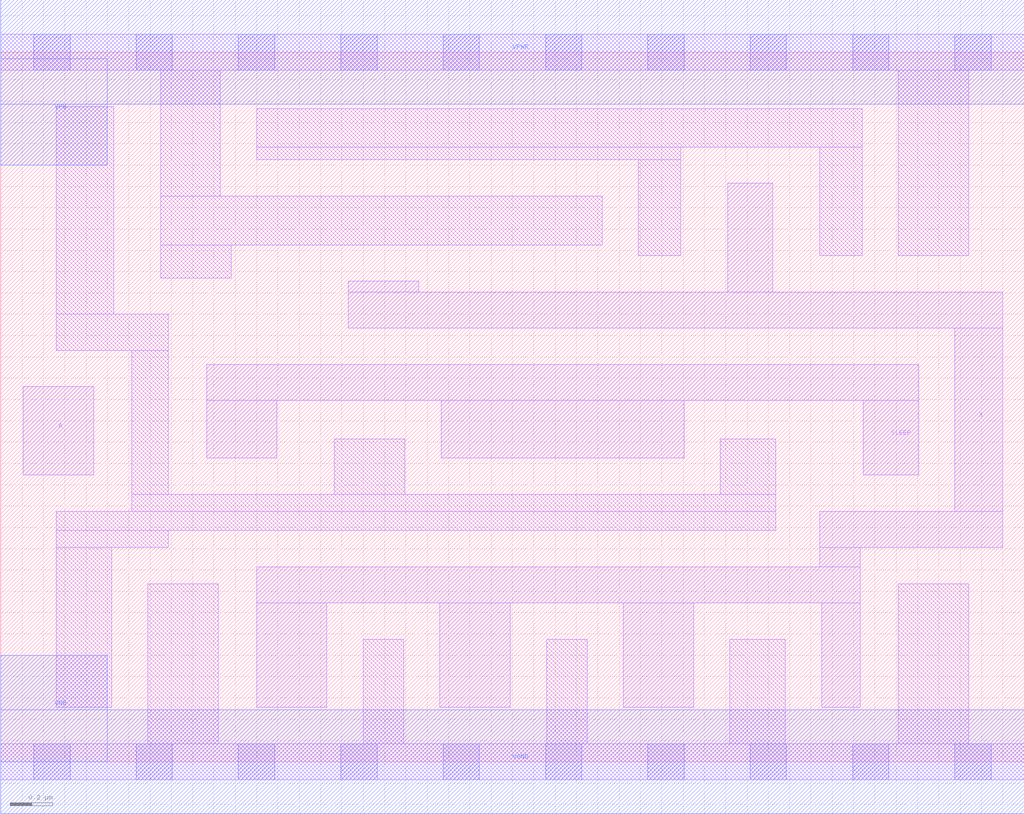
<source format=lef>
# Copyright 2020 The SkyWater PDK Authors
#
# Licensed under the Apache License, Version 2.0 (the "License");
# you may not use this file except in compliance with the License.
# You may obtain a copy of the License at
#
#     https://www.apache.org/licenses/LICENSE-2.0
#
# Unless required by applicable law or agreed to in writing, software
# distributed under the License is distributed on an "AS IS" BASIS,
# WITHOUT WARRANTIES OR CONDITIONS OF ANY KIND, either express or implied.
# See the License for the specific language governing permissions and
# limitations under the License.
#
# SPDX-License-Identifier: Apache-2.0

VERSION 5.5 ;
NAMESCASESENSITIVE ON ;
BUSBITCHARS "[]" ;
DIVIDERCHAR "/" ;
MACRO sky130_fd_sc_lp__isobufsrc_4
  CLASS CORE ;
  SOURCE USER ;
  ORIGIN  0.000000  0.000000 ;
  SIZE  4.800000 BY  3.330000 ;
  SYMMETRY X Y ;
  SITE unit ;
  PIN A
    ANTENNAGATEAREA  0.315000 ;
    DIRECTION INPUT ;
    USE SIGNAL ;
    PORT
      LAYER li1 ;
        RECT 0.105000 1.345000 0.435000 1.760000 ;
    END
  END A
  PIN SLEEP
    ANTENNAGATEAREA  1.260000 ;
    DIRECTION INPUT ;
    USE SIGNAL ;
    PORT
      LAYER li1 ;
        RECT 0.965000 1.425000 1.295000 1.695000 ;
        RECT 0.965000 1.695000 4.305000 1.865000 ;
        RECT 2.065000 1.425000 3.205000 1.695000 ;
        RECT 4.045000 1.345000 4.305000 1.695000 ;
    END
  END SLEEP
  PIN X
    ANTENNADIFFAREA  1.646400 ;
    DIRECTION OUTPUT ;
    USE SIGNAL ;
    PORT
      LAYER li1 ;
        RECT 1.200000 0.255000 1.530000 0.745000 ;
        RECT 1.200000 0.745000 4.030000 0.915000 ;
        RECT 1.630000 2.035000 4.700000 2.205000 ;
        RECT 1.630000 2.205000 1.960000 2.255000 ;
        RECT 2.060000 0.255000 2.390000 0.745000 ;
        RECT 2.920000 0.255000 3.250000 0.745000 ;
        RECT 3.410000 2.205000 3.620000 2.715000 ;
        RECT 3.840000 0.915000 4.030000 1.005000 ;
        RECT 3.840000 1.005000 4.700000 1.175000 ;
        RECT 3.850000 0.255000 4.030000 0.745000 ;
        RECT 4.475000 1.175000 4.700000 2.035000 ;
    END
  END X
  PIN VGND
    DIRECTION INOUT ;
    USE GROUND ;
    PORT
      LAYER met1 ;
        RECT 0.000000 -0.245000 4.800000 0.245000 ;
    END
  END VGND
  PIN VNB
    DIRECTION INOUT ;
    USE GROUND ;
    PORT
      LAYER met1 ;
        RECT 0.000000 0.000000 0.500000 0.500000 ;
    END
  END VNB
  PIN VPB
    DIRECTION INOUT ;
    USE POWER ;
    PORT
      LAYER met1 ;
        RECT 0.000000 2.800000 0.500000 3.300000 ;
    END
  END VPB
  PIN VPWR
    DIRECTION INOUT ;
    USE POWER ;
    PORT
      LAYER met1 ;
        RECT 0.000000 3.085000 4.800000 3.575000 ;
    END
  END VPWR
  OBS
    LAYER li1 ;
      RECT 0.000000 -0.085000 4.800000 0.085000 ;
      RECT 0.000000  3.245000 4.800000 3.415000 ;
      RECT 0.260000  0.255000 0.520000 1.005000 ;
      RECT 0.260000  1.005000 0.785000 1.085000 ;
      RECT 0.260000  1.085000 3.635000 1.175000 ;
      RECT 0.260000  1.930000 0.785000 2.100000 ;
      RECT 0.260000  2.100000 0.530000 3.075000 ;
      RECT 0.615000  1.175000 3.635000 1.255000 ;
      RECT 0.615000  1.255000 0.785000 1.930000 ;
      RECT 0.690000  0.085000 1.020000 0.835000 ;
      RECT 0.750000  2.270000 1.080000 2.425000 ;
      RECT 0.750000  2.425000 2.820000 2.655000 ;
      RECT 0.750000  2.655000 1.030000 3.245000 ;
      RECT 1.200000  2.825000 3.190000 2.885000 ;
      RECT 1.200000  2.885000 4.040000 3.065000 ;
      RECT 1.565000  1.255000 1.895000 1.515000 ;
      RECT 1.700000  0.085000 1.890000 0.575000 ;
      RECT 2.560000  0.085000 2.750000 0.575000 ;
      RECT 2.990000  2.375000 3.190000 2.825000 ;
      RECT 3.375000  1.255000 3.635000 1.515000 ;
      RECT 3.420000  0.085000 3.680000 0.575000 ;
      RECT 3.840000  2.375000 4.040000 2.885000 ;
      RECT 4.210000  0.085000 4.540000 0.835000 ;
      RECT 4.210000  2.375000 4.540000 3.245000 ;
    LAYER mcon ;
      RECT 0.155000 -0.085000 0.325000 0.085000 ;
      RECT 0.155000  3.245000 0.325000 3.415000 ;
      RECT 0.635000 -0.085000 0.805000 0.085000 ;
      RECT 0.635000  3.245000 0.805000 3.415000 ;
      RECT 1.115000 -0.085000 1.285000 0.085000 ;
      RECT 1.115000  3.245000 1.285000 3.415000 ;
      RECT 1.595000 -0.085000 1.765000 0.085000 ;
      RECT 1.595000  3.245000 1.765000 3.415000 ;
      RECT 2.075000 -0.085000 2.245000 0.085000 ;
      RECT 2.075000  3.245000 2.245000 3.415000 ;
      RECT 2.555000 -0.085000 2.725000 0.085000 ;
      RECT 2.555000  3.245000 2.725000 3.415000 ;
      RECT 3.035000 -0.085000 3.205000 0.085000 ;
      RECT 3.035000  3.245000 3.205000 3.415000 ;
      RECT 3.515000 -0.085000 3.685000 0.085000 ;
      RECT 3.515000  3.245000 3.685000 3.415000 ;
      RECT 3.995000 -0.085000 4.165000 0.085000 ;
      RECT 3.995000  3.245000 4.165000 3.415000 ;
      RECT 4.475000 -0.085000 4.645000 0.085000 ;
      RECT 4.475000  3.245000 4.645000 3.415000 ;
  END
END sky130_fd_sc_lp__isobufsrc_4

</source>
